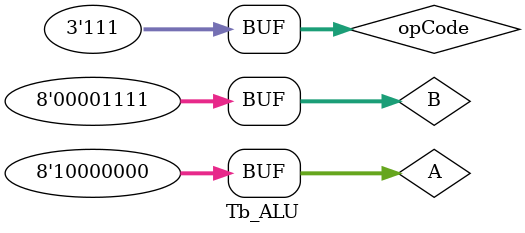
<source format=v>
`timescale 1ns / 1ps

module Tb_ALU;

reg [7:0] A, B ;

reg [2:0] opCode;

wire carry, over, sign;
wire[7:0]  myOut;


    My_ALU f (A, B, opCode, carry, sign, over, myOut);
    initial begin
       
        A = 8'b0010_1000; B = 8'b0010_0011; opCode = 3'b000; #100;
        A = 8'b0010_1010; B = 8'b0110_0111; opCode = 3'b001; #100;
        A = 8'b0100_1010; B = 8'b0101_0111; opCode = 3'b000; #100;
        A = 8'b1000_0000; B = 8'b0000_0111; opCode = 3'b001; #100;

        A = 8'b1100_1010; B = 8'b0110_0111; opCode = 3'b000; #100;
        A = 8'b1011_0000; B = 8'b1100_1111; opCode = 3'b001; #100;

         A = 8'b00000000; B = 8'b0000_0000; opCode = 3'b000; #100;
        // test for AND
         A = 8'b0111_0000; B = 8'b0001_1011; opCode = 3'b010; #100;
        // test for OR
         A = 8'b0000_0110; B = 8'b0000_1001; opCode = 3'b011; #100;
        //  test for XOR
         A = 8'b0111_0000; B = 8'b0000_1111; opCode = 3'b100; #100;
        //  test for NOT INPUT first
         A = 8'b0111_0000; opCode = 3'b101; #100;

        //  test for shift A
         A = 8'b0011_0000; opCode = 3'b110; #100;

        A = 8'b1000_0001; opCode = 3'b111; #100;
        A = 8'b1000_0000; opCode = 3'b111; #100;


    end


endmodule

</source>
